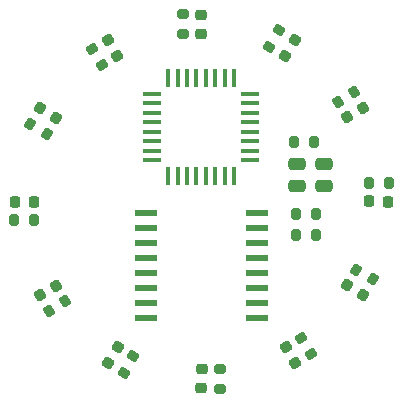
<source format=gbr>
%TF.GenerationSoftware,KiCad,Pcbnew,7.0.11*%
%TF.CreationDate,2024-11-14T13:48:53-05:00*%
%TF.ProjectId,IO_watch,494f5f77-6174-4636-982e-6b696361645f,rev?*%
%TF.SameCoordinates,Original*%
%TF.FileFunction,Paste,Top*%
%TF.FilePolarity,Positive*%
%FSLAX46Y46*%
G04 Gerber Fmt 4.6, Leading zero omitted, Abs format (unit mm)*
G04 Created by KiCad (PCBNEW 7.0.11) date 2024-11-14 13:48:53*
%MOMM*%
%LPD*%
G01*
G04 APERTURE LIST*
G04 Aperture macros list*
%AMRoundRect*
0 Rectangle with rounded corners*
0 $1 Rounding radius*
0 $2 $3 $4 $5 $6 $7 $8 $9 X,Y pos of 4 corners*
0 Add a 4 corners polygon primitive as box body*
4,1,4,$2,$3,$4,$5,$6,$7,$8,$9,$2,$3,0*
0 Add four circle primitives for the rounded corners*
1,1,$1+$1,$2,$3*
1,1,$1+$1,$4,$5*
1,1,$1+$1,$6,$7*
1,1,$1+$1,$8,$9*
0 Add four rect primitives between the rounded corners*
20,1,$1+$1,$2,$3,$4,$5,0*
20,1,$1+$1,$4,$5,$6,$7,0*
20,1,$1+$1,$6,$7,$8,$9,0*
20,1,$1+$1,$8,$9,$2,$3,0*%
G04 Aperture macros list end*
%ADD10RoundRect,0.218750X0.317568X0.112544X-0.061318X0.331294X-0.317568X-0.112544X0.061318X-0.331294X0*%
%ADD11RoundRect,0.200000X0.338157X-0.035705X0.138157X0.310705X-0.338157X0.035705X-0.138157X-0.310705X0*%
%ADD12RoundRect,0.218750X-0.331294X0.061318X-0.112544X-0.317568X0.331294X-0.061318X0.112544X0.317568X0*%
%ADD13RoundRect,0.200000X-0.200000X-0.275000X0.200000X-0.275000X0.200000X0.275000X-0.200000X0.275000X0*%
%ADD14RoundRect,0.218750X0.331294X-0.061318X0.112544X0.317568X-0.331294X0.061318X-0.112544X-0.317568X0*%
%ADD15RoundRect,0.200000X-0.275000X0.200000X-0.275000X-0.200000X0.275000X-0.200000X0.275000X0.200000X0*%
%ADD16RoundRect,0.200000X-0.035705X-0.338157X0.310705X-0.138157X0.035705X0.338157X-0.310705X0.138157X0*%
%ADD17RoundRect,0.218750X-0.256250X0.218750X-0.256250X-0.218750X0.256250X-0.218750X0.256250X0.218750X0*%
%ADD18RoundRect,0.200000X0.035705X0.338157X-0.310705X0.138157X-0.035705X-0.338157X0.310705X-0.138157X0*%
%ADD19RoundRect,0.200000X-0.138157X0.310705X-0.338157X-0.035705X0.138157X-0.310705X0.338157X0.035705X0*%
%ADD20RoundRect,0.218750X-0.317568X-0.112544X0.061318X-0.331294X0.317568X0.112544X-0.061318X0.331294X0*%
%ADD21RoundRect,0.218750X0.112544X-0.317568X0.331294X0.061318X-0.112544X0.317568X-0.331294X-0.061318X0*%
%ADD22RoundRect,0.200000X0.200000X0.275000X-0.200000X0.275000X-0.200000X-0.275000X0.200000X-0.275000X0*%
%ADD23RoundRect,0.250000X-0.475000X0.250000X-0.475000X-0.250000X0.475000X-0.250000X0.475000X0.250000X0*%
%ADD24R,1.981200X0.533400*%
%ADD25RoundRect,0.200000X0.138157X-0.310705X0.338157X0.035705X-0.138157X0.310705X-0.338157X-0.035705X0*%
%ADD26RoundRect,0.200000X0.275000X-0.200000X0.275000X0.200000X-0.275000X0.200000X-0.275000X-0.200000X0*%
%ADD27RoundRect,0.200000X-0.310705X-0.138157X0.035705X-0.338157X0.310705X0.138157X-0.035705X0.338157X0*%
%ADD28RoundRect,0.200000X0.310705X0.138157X-0.035705X0.338157X-0.310705X-0.138157X0.035705X-0.338157X0*%
%ADD29RoundRect,0.218750X-0.112544X0.317568X-0.331294X-0.061318X0.112544X-0.317568X0.331294X0.061318X0*%
%ADD30RoundRect,0.200000X-0.338157X0.035705X-0.138157X-0.310705X0.338157X-0.035705X0.138157X0.310705X0*%
%ADD31RoundRect,0.050000X-0.150000X0.685000X-0.150000X-0.685000X0.150000X-0.685000X0.150000X0.685000X0*%
%ADD32RoundRect,0.050000X-0.685000X0.150000X-0.685000X-0.150000X0.685000X-0.150000X0.685000X0.150000X0*%
%ADD33RoundRect,0.218750X0.218750X0.256250X-0.218750X0.256250X-0.218750X-0.256250X0.218750X-0.256250X0*%
%ADD34RoundRect,0.218750X-0.061318X-0.331294X0.317568X-0.112544X0.061318X0.331294X-0.317568X0.112544X0*%
%ADD35RoundRect,0.218750X0.256250X-0.218750X0.256250X0.218750X-0.256250X0.218750X-0.256250X-0.218750X0*%
%ADD36RoundRect,0.218750X-0.218750X-0.256250X0.218750X-0.256250X0.218750X0.256250X-0.218750X0.256250X0*%
%ADD37RoundRect,0.218750X0.061318X0.331294X-0.317568X0.112544X-0.061318X-0.331294X0.317568X-0.112544X0*%
G04 APERTURE END LIST*
D10*
%TO.C,4*%
X146539776Y-89893750D03*
X145188486Y-89084253D03*
%TD*%
D11*
%TO.C,R5*%
X142131719Y-94947473D03*
X141306719Y-93518531D03*
%TD*%
D12*
%TO.C,D11*%
X124973650Y-68327624D03*
X125739153Y-69704314D03*
%TD*%
D13*
%TO.C,R9*%
X117022400Y-83549400D03*
X118672400Y-83549400D03*
%TD*%
D14*
%TO.C,5*%
X140761150Y-95672376D03*
X139995647Y-94295686D03*
%TD*%
D15*
%TO.C,R12*%
X131318000Y-66155000D03*
X131318000Y-67805000D03*
%TD*%
D16*
%TO.C,R8*%
X119919927Y-91264319D03*
X121348869Y-90439319D03*
%TD*%
D17*
%TO.C,12*%
X132867400Y-66212500D03*
X132842000Y-67787500D03*
%TD*%
D18*
%TO.C,R2*%
X145814873Y-72735681D03*
X144385931Y-73560681D03*
%TD*%
D19*
%TO.C,R1*%
X139448081Y-67503127D03*
X138623081Y-68932069D03*
%TD*%
D20*
%TO.C,D10*%
X119195024Y-74106250D03*
X120546314Y-74915747D03*
%TD*%
D21*
%TO.C,D7*%
X124973650Y-95672376D03*
X125783147Y-94321086D03*
%TD*%
D22*
%TO.C,R13*%
X142366000Y-76962000D03*
X140716000Y-76962000D03*
%TD*%
D23*
%TO.C,C2*%
X143256000Y-78806000D03*
X143256000Y-80706000D03*
%TD*%
D22*
%TO.C,R14*%
X142557000Y-84836000D03*
X140907000Y-84836000D03*
%TD*%
D24*
%TO.C,U2*%
X128143000Y-82931000D03*
X128143000Y-84201000D03*
X128143000Y-85471000D03*
X128143000Y-86741000D03*
X128143000Y-88011000D03*
X128143000Y-89281000D03*
X128143000Y-90551000D03*
X128143000Y-91821000D03*
X137541000Y-91821000D03*
X137541000Y-90551000D03*
X137541000Y-89281000D03*
X137541000Y-88011000D03*
X137541000Y-86741000D03*
X137541000Y-85471000D03*
X137541000Y-84201000D03*
X137541000Y-82931000D03*
%TD*%
D25*
%TO.C,R7*%
X126286719Y-96496873D03*
X127111719Y-95067931D03*
%TD*%
D26*
%TO.C,R6*%
X134416800Y-97845000D03*
X134416800Y-96195000D03*
%TD*%
D13*
%TO.C,R15*%
X140907000Y-83058000D03*
X142557000Y-83058000D03*
%TD*%
D27*
%TO.C,R10*%
X118370527Y-75419319D03*
X119799469Y-76244319D03*
%TD*%
D22*
%TO.C,R3*%
X148712400Y-80450600D03*
X147062400Y-80450600D03*
%TD*%
D28*
%TO.C,R4*%
X145935331Y-87755681D03*
X147364273Y-88580681D03*
%TD*%
D29*
%TO.C,1*%
X140761150Y-68327624D03*
X139951653Y-69678914D03*
%TD*%
D30*
%TO.C,R11*%
X123603081Y-69052527D03*
X124428081Y-70481469D03*
%TD*%
D23*
%TO.C,C1*%
X140970000Y-78806000D03*
X140970000Y-80706000D03*
%TD*%
D31*
%TO.C,U1*%
X135642000Y-71522000D03*
X134842000Y-71522000D03*
X134042000Y-71522000D03*
X133242000Y-71522000D03*
X132442000Y-71522000D03*
X131642000Y-71522000D03*
X130842000Y-71522000D03*
X130042000Y-71522000D03*
D32*
X128672000Y-72892000D03*
X128672000Y-73692000D03*
X128672000Y-74492000D03*
X128672000Y-75292000D03*
X128672000Y-76092000D03*
X128672000Y-76892000D03*
X128672000Y-77692000D03*
X128672000Y-78492000D03*
D31*
X130042000Y-79862000D03*
X130842000Y-79862000D03*
X131642000Y-79862000D03*
X132442000Y-79862000D03*
X133242000Y-79862000D03*
X134042000Y-79862000D03*
X134842000Y-79862000D03*
X135642000Y-79862000D03*
D32*
X137012000Y-78492000D03*
X137012000Y-77692000D03*
X137012000Y-76892000D03*
X137012000Y-76092000D03*
X137012000Y-75292000D03*
X137012000Y-74492000D03*
X137012000Y-73692000D03*
X137012000Y-72892000D03*
%TD*%
D33*
%TO.C,3*%
X148654900Y-82000000D03*
X147079900Y-81974600D03*
%TD*%
D34*
%TO.C,D8*%
X119195024Y-89893750D03*
X120571714Y-89128247D03*
%TD*%
D35*
%TO.C,D6*%
X132867400Y-97787500D03*
X132892800Y-96212500D03*
%TD*%
D36*
%TO.C,D9*%
X117079900Y-82000000D03*
X118654900Y-82025400D03*
%TD*%
D37*
%TO.C,2*%
X146539776Y-74106250D03*
X145163086Y-74871753D03*
%TD*%
M02*

</source>
